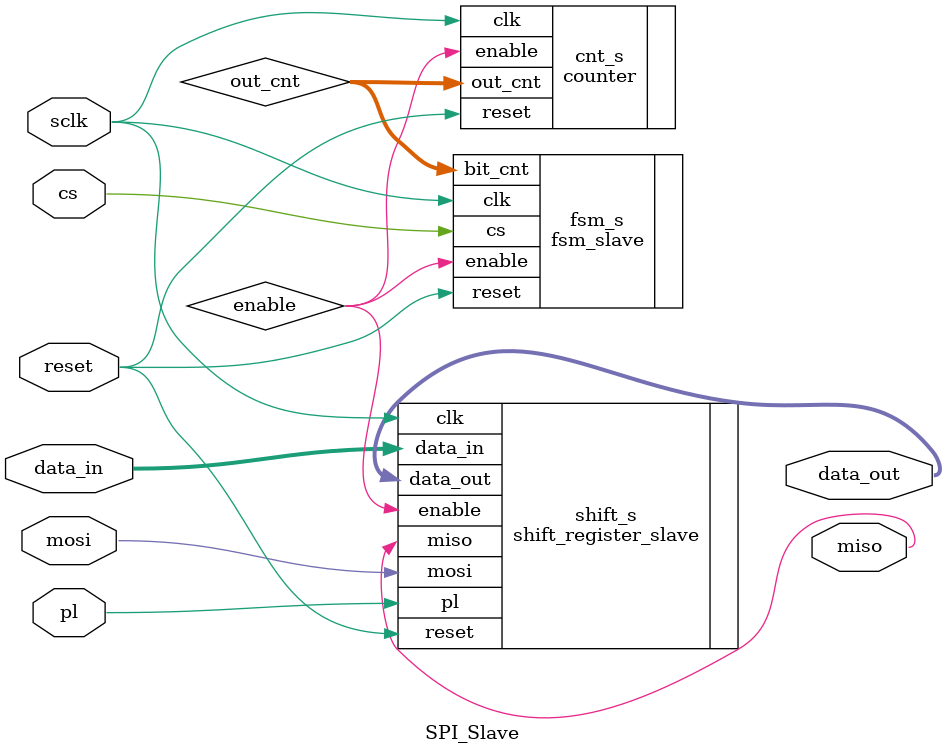
<source format=v>
module SPI_Slave(
      input sclk,                 // clock signal(it is generated by the master)
      input mosi,                 // input data from master
      output miso,                // output data sent to master
      input cs,                   // signal from master that starts data transmission
    
      input reset,                // reset
      input pl,                   // paralel load
      
      input [7:0] data_in,         // used to add initial values on shift register
      output [7:0] data_out        // used for debug
    );
    
    wire [3:0] out_cnt; //output from counter
    wire enable;
    
    counter cnt_s(
        .clk(sclk),                    //input
        .reset(reset),                 //input
        .enable(enable),               //input
        .out_cnt(out_cnt)              //output
   );
    
    shift_register_slave shift_s(
        .clk(sclk),                     //input
        .reset(reset),                  //input
        .enable(enable),                //input
        .mosi(mosi),                    //input
        .pl(pl),                        //input
        .data_in(data_in),              //input
        .miso(miso),                    //output
        .data_out(data_out)             //output
    );
    
    
     fsm_slave fsm_s(
        .clk(sclk),                     //input
        .reset(reset),                  //input
        .cs(cs),                        //input
        .bit_cnt(out_cnt),              //input
        .enable(enable)                 //output
    );
   
endmodule
</source>
